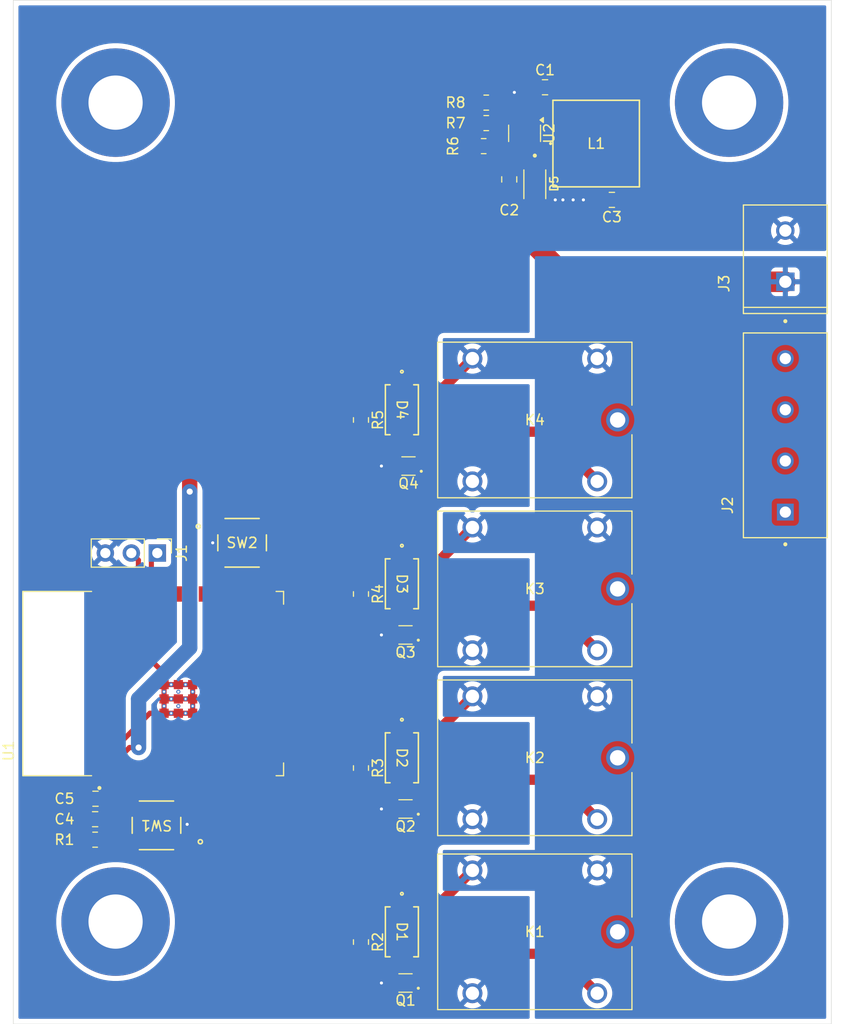
<source format=kicad_pcb>
(kicad_pcb (version 20241229) (generator "pcbnew") (generator_version "9.0")
  (layers (0 "F.Cu" signal) (2 "B.Cu" signal) (13 "F.Paste" user) (15 "B.Paste" user) (5 "F.SilkS" user "F.Silkscreen") (7 "B.SilkS" user "B.Silkscreen") (1 "F.Mask" user) (3 "B.Mask" user) (25 "Edge.Cuts" user))
  (net 0 "")
  (net 1 "Net-(U2-CB)")
  (net 2 "Net-(D5-K)")
  (net 3 "+48V")
  (net 4 "GND")
  (net 5 "+3V3")
  (net 6 "Net-(D1-A)")
  (net 7 "Net-(D2-A)")
  (net 8 "Net-(D3-A)")
  (net 9 "Net-(D4-A)")
  (net 10 "Net-(J1-Pin_1)")
  (net 11 "Net-(J1-Pin_2)")
  (net 12 "/Rail4")
  (net 13 "/Rail2")
  (net 14 "/Rail3")
  (net 15 "/Rail1")
  (net 16 "Net-(Q1-G)")
  (net 17 "Net-(Q2-G)")
  (net 18 "Net-(Q3-G)")
  (net 19 "Net-(Q4-G)")
  (net 20 "Net-(U1-EN)")
  (net 21 "/Rail1_Relay")
  (net 22 "/Rail2_Relay")
  (net 23 "/Rail3_Relay")
  (net 24 "/Rail4_Relay")
  (net 25 "Net-(U2-~{SHDN})")
  (net 26 "Net-(U2-FB)")
  (net 27 "Net-(U1-IO0)")
  (footprint "Capacitor_SMD:C_0805_2012Metric_Pad1.18x1.45mm_HandSolder" (layer "F.Cu") (at 128.5375 99.5 180)
    (property "Reference" "C3" (at 0 -1.68 0) (layer "F.SilkS"))
    (property "Value" "10uF")
    (pad "1" smd roundrect (at -1.0375 0 180) (size 1.175 1.45) (layers "F.Cu" "F.Mask" "F.Paste") (roundrect_rratio 0.212766) (net 5 "+3V3"))
    (pad "2" smd roundrect (at 1.0375 0 180) (size 1.175 1.45) (layers "F.Cu" "F.Mask" "F.Paste") (roundrect_rratio 0.212766) (net 4 "GND"))
  )
  (footprint "Package_TO_SOT_SMD:SOT-523" (layer "F.Cu") (at 108.355 142 180)
    (property "Reference" "Q3" (at 0 -1.7 0) (layer "F.SilkS"))
    (property "Value" "NMOS")
    (pad "1" smd roundrect (at -0.645 -0.5) (size 0.51 0.4) (layers "F.Cu" "F.Mask" "F.Paste") (net 8 "Net-(D3-A)"))
    (pad "2" smd roundrect (at -0.645 0.5) (size 0.51 0.4) (layers "F.Cu" "F.Mask" "F.Paste") (net 18 "Net-(Q3-G)"))
    (pad "3" smd roundrect (at 0.645 0) (size 0.51 0.4) (layers "F.Cu" "F.Mask" "F.Paste") (net 4 "GND"))
  )
  (footprint "MountingHole:MountingHole_5.3mm_M5_Pad" (layer "F.Cu") (at 140 90)
    (property "Reference" "REF**" (hide yes))
    (property "Value" "MountingHole_5.3mm_M5_Pad")
    (pad "1" thru_hole circle (at 0 0) (size 10.6 10.6) (drill 5.3) (layers "*.Cu" "*.Mask"))
  )
  (footprint "Resistor_SMD:R_0805_2012Metric_Pad1.20x1.40mm_HandSolder" (layer "F.Cu") (at 104 121 -90)
    (property "Reference" "R5" (at 0 -1.65 90) (layer "F.SilkS"))
    (property "Value" "330")
    (pad "1" smd roundrect (at -1 0 270) (size 1.2 1.4) (layers "F.Cu" "F.Mask" "F.Paste") (roundrect_rratio 0.208333) (net 24 "/Rail4_Relay"))
    (pad "2" smd roundrect (at 1 0 270) (size 1.2 1.4) (layers "F.Cu" "F.Mask" "F.Paste") (roundrect_rratio 0.208333) (net 19 "Net-(Q4-G)"))
  )
  (footprint "MountingHole:MountingHole_5.3mm_M5_Pad" (layer "F.Cu") (at 80 170)
    (property "Reference" "REF**" (hide yes))
    (property "Value" "MountingHole_5.3mm_M5_Pad")
    (pad "1" thru_hole circle (at 0 0) (size 10.6 10.6) (drill 5.3) (layers "*.Cu" "*.Mask"))
  )
  (footprint "Resistor_SMD:R_0805_2012Metric_Pad1.20x1.40mm_HandSolder" (layer "F.Cu") (at 116 94.25)
    (property "Reference" "R6" (at -3 0 90) (layer "F.SilkS"))
    (property "Value" "100k")
    (pad "1" smd roundrect (at -1 0) (size 1.2 1.4) (layers "F.Cu" "F.Mask" "F.Paste") (roundrect_rratio 0.208333) (net 3 "+48V"))
    (pad "2" smd roundrect (at 1 0) (size 1.2 1.4) (layers "F.Cu" "F.Mask" "F.Paste") (roundrect_rratio 0.208333) (net 25 "Net-(U2-~{SHDN})"))
  )
  (footprint "footprints:IND_TAIYO_NR8040_TAY" (layer "F.Cu") (at 127 94)
    (property "Reference" "L1" (at 0 0 0) (layer "F.SilkS"))
    (property "Value" "22uH")
    (pad "1" smd rect (at -2.80035 0) (size 1.7907 7.493) (layers "F.Cu" "F.Mask" "F.Paste") (net 2 "Net-(D5-K)"))
    (pad "2" smd rect (at 2.80035 0) (size 1.7907 7.493) (layers "F.Cu" "F.Mask" "F.Paste") (net 5 "+3V3"))
    (zone (net 0) (net_name "") (layer "F.Cu") (connect_pads (clearance 0)) (min_thickness 0.254)
      (keepout (tracks not_allowed) (vias not_allowed) (pads allowed) (copperpour not_allowed) (footprints allowed))
      (fill (thermal_gap 0.508) (thermal_bridge_width 0.508))
      (polygon (pts (xy 125.1458 89.9487) (xy 128.8542 89.9487) (xy 128.8542 98.0513) (xy 125.1458 98.0513)))
    )
  )
  (footprint "Package_TO_SOT_SMD:SOT-23-6" (layer "F.Cu") (at 120 93 -90)
    (property "Reference" "U2" (at 0 -2.4 90) (layer "F.SilkS"))
    (property "Value" "LV2862YDDC")
    (pad "1" smd roundrect (at -1.1375 -0.95 270) (size 1.325 0.6) (layers "F.Cu" "F.Mask" "F.Paste") (net 1 "Net-(U2-CB)"))
    (pad "2" smd roundrect (at -1.1375 0 270) (size 1.325 0.6) (layers "F.Cu" "F.Mask" "F.Paste") (net 4 "GND"))
    (pad "3" smd roundrect (at -1.1375 0.95 270) (size 1.325 0.6) (layers "F.Cu" "F.Mask" "F.Paste") (net 26 "Net-(U2-FB)"))
    (pad "4" smd roundrect (at 1.1375 0.95 270) (size 1.325 0.6) (layers "F.Cu" "F.Mask" "F.Paste") (net 25 "Net-(U2-~{SHDN})"))
    (pad "5" smd roundrect (at 1.1375 0 270) (size 1.325 0.6) (layers "F.Cu" "F.Mask" "F.Paste") (net 3 "+48V"))
    (pad "6" smd roundrect (at 1.1375 -0.95 270) (size 1.325 0.6) (layers "F.Cu" "F.Mask" "F.Paste") (net 2 "Net-(D5-K)"))
  )
  (footprint "footprints:TE_282836-2" (layer "F.Cu") (at 145.5 105 90)
    (property "Reference" "J3" (at -2.675 -5.985 90) (layer "F.SilkS"))
    (property "Value" "Screw_Terminal_01x02")
    (pad "1" thru_hole rect (at -2.5 0 90) (size 1.8 1.8) (drill 1.2) (layers "*.Cu" "*.Mask") (net 3 "+48V"))
    (pad "2" thru_hole circle (at 2.5 0 90) (size 1.8 1.8) (drill 1.2) (layers "*.Cu" "*.Mask") (net 4 "GND"))
  )
  (footprint "Package_TO_SOT_SMD:SOT-523" (layer "F.Cu") (at 108.645 125.5 180)
    (property "Reference" "Q4" (at 0 -1.7 0) (layer "F.SilkS"))
    (property "Value" "NMOS")
    (pad "1" smd roundrect (at -0.645 -0.5) (size 0.51 0.4) (layers "F.Cu" "F.Mask" "F.Paste") (net 9 "Net-(D4-A)"))
    (pad "2" smd roundrect (at -0.645 0.5) (size 0.51 0.4) (layers "F.Cu" "F.Mask" "F.Paste") (net 19 "Net-(Q4-G)"))
    (pad "3" smd roundrect (at 0.645 0) (size 0.51 0.4) (layers "F.Cu" "F.Mask" "F.Paste") (net 4 "GND"))
  )
  (footprint "Resistor_SMD:R_0805_2012Metric_Pad1.20x1.40mm_HandSolder" (layer "F.Cu") (at 104 155 -90)
    (property "Reference" "R3" (at 0 -1.65 90) (layer "F.SilkS"))
    (property "Value" "330")
    (pad "1" smd roundrect (at -1 0 270) (size 1.2 1.4) (layers "F.Cu" "F.Mask" "F.Paste") (roundrect_rratio 0.208333) (net 22 "/Rail2_Relay"))
    (pad "2" smd roundrect (at 1 0 270) (size 1.2 1.4) (layers "F.Cu" "F.Mask" "F.Paste") (roundrect_rratio 0.208333) (net 17 "Net-(Q2-G)"))
  )
  (footprint "footprints:TE_282836-4" (layer "F.Cu") (at 145.5 122.5 90)
    (property "Reference" "J2" (at -6.836925 -5.644875 90) (layer "F.SilkS") (effects (font (size 1.001756 1.001756))))
    (property "Value" "Screw_Terminal_01x04")
    (pad "1" thru_hole rect (at -7.5 0 90) (size 1.65 1.65) (drill 1.1) (layers "*.Cu" "*.Mask") (net 15 "/Rail1"))
    (pad "2" thru_hole circle (at -2.5 0 90) (size 1.65 1.65) (drill 1.1) (layers "*.Cu" "*.Mask") (net 13 "/Rail2"))
    (pad "3" thru_hole circle (at 2.5 0 90) (size 1.65 1.65) (drill 1.1) (layers "*.Cu" "*.Mask") (net 14 "/Rail3"))
    (pad "4" thru_hole circle (at 7.5 0 90) (size 1.65 1.65) (drill 1.1) (layers "*.Cu" "*.Mask") (net 12 "/Rail4"))
  )
  (footprint "Resistor_SMD:R_0805_2012Metric_Pad1.20x1.40mm_HandSolder" (layer "F.Cu") (at 78 162 180)
    (property "Reference" "R1" (at 3 0 0) (layer "F.SilkS"))
    (property "Value" "10k")
    (pad "1" smd roundrect (at -1 0 180) (size 1.2 1.4) (layers "F.Cu" "F.Mask" "F.Paste") (roundrect_rratio 0.208333) (net 5 "+3V3"))
    (pad "2" smd roundrect (at 1 0 180) (size 1.2 1.4) (layers "F.Cu" "F.Mask" "F.Paste") (roundrect_rratio 0.208333) (net 20 "Net-(U1-EN)"))
  )
  (footprint "Capacitor_SMD:C_0805_2012Metric_Pad1.18x1.45mm_HandSolder" (layer "F.Cu") (at 118.5 97.5 -90)
    (property "Reference" "C2" (at 3 0 180) (layer "F.SilkS"))
    (property "Value" "4.7uF")
    (pad "1" smd roundrect (at -1.0375 0 270) (size 1.175 1.45) (layers "F.Cu" "F.Mask" "F.Paste") (roundrect_rratio 0.212766) (net 3 "+48V"))
    (pad "2" smd roundrect (at 1.0375 0 270) (size 1.175 1.45) (layers "F.Cu" "F.Mask" "F.Paste") (roundrect_rratio 0.212766) (net 4 "GND"))
  )
  (footprint "footprints:PTS647SK38SMTR2LFS_CNK" (layer "F.Cu") (at 84 160.599999 180)
    (property "Reference" "SW1" (at 0 0 180) (layer "F.SilkS"))
    (property "Value" "SW_Push")
    (pad "1" smd rect (at -2.625001 -1.599999 180) (size 1.5494 0.9906) (layers "F.Cu" "F.Mask" "F.Paste") (net 4 "GND"))
    (pad "1" smd rect (at -2.625001 1.599999 180) (size 1.5494 0.9906) (layers "F.Cu" "F.Mask" "F.Paste") (net 4 "GND"))
    (pad "2" smd rect (at 2.625001 -1.599999 180) (size 1.5494 0.9906) (layers "F.Cu" "F.Mask" "F.Paste") (net 20 "Net-(U1-EN)"))
    (pad "2" smd rect (at 2.625001 1.599999 180) (size 1.5494 0.9906) (layers "F.Cu" "F.Mask" "F.Paste") (net 20 "Net-(U1-EN)"))
  )
  (footprint "Package_TO_SOT_SMD:SOT-523" (layer "F.Cu") (at 108.355 159 180)
    (property "Reference" "Q2" (at 0 -1.7 0) (layer "F.SilkS"))
    (property "Value" "NMOS")
    (pad "1" smd roundrect (at -0.645 -0.5) (size 0.51 0.4) (layers "F.Cu" "F.Mask" "F.Paste") (net 7 "Net-(D2-A)"))
    (pad "2" smd roundrect (at -0.645 0.5) (size 0.51 0.4) (layers "F.Cu" "F.Mask" "F.Paste") (net 17 "Net-(Q2-G)"))
    (pad "3" smd roundrect (at 0.645 0) (size 0.51 0.4) (layers "F.Cu" "F.Mask" "F.Paste") (net 4 "GND"))
  )
  (footprint "footprints:DIO_DFLS1100-7" (layer "F.Cu") (at 121 97.975 -90)
    (property "Reference" "D5" (at -0.05 -1.89 90) (layer "F.SilkS") (effects (font (size 0.787402 0.787402))))
    (property "Value" "D_Schottky")
    (pad "1" smd rect (at -0.85 0 270) (size 2.4 1.5) (layers "F.Cu" "F.Mask" "F.Paste") (net 2 "Net-(D5-K)"))
    (pad "2" smd rect (at 1.525 0 270) (size 1.05 1.5) (layers "F.Cu" "F.Mask" "F.Paste") (net 4 "GND"))
  )
  (footprint "MountingHole:MountingHole_5.3mm_M5_Pad" (layer "F.Cu") (at 140 170)
    (property "Reference" "REF**" (hide yes))
    (property "Value" "MountingHole_5.3mm_M5_Pad")
    (pad "1" thru_hole circle (at 0 0) (size 10.6 10.6) (drill 5.3) (layers "*.Cu" "*.Mask"))
  )
  (footprint "MountingHole:MountingHole_5.3mm_M5_Pad" (layer "F.Cu") (at 80 90)
    (property "Reference" "REF**" (hide yes))
    (property "Value" "MountingHole_5.3mm_M5_Pad")
    (pad "1" thru_hole circle (at 0 0) (size 10.6 10.6) (drill 5.3) (layers "*.Cu" "*.Mask"))
  )
  (footprint "footprints:RELAY_PR25-48V-S-360-1C-E" (layer "F.Cu") (at 121 171 180)
    (property "Reference" "K1" (at 0 0 0) (layer "F.SilkS"))
    (property "Value" "Relay_SPDT")
    (pad "11" thru_hole circle (at -8.1 0 180) (size 2.25 2.25) (drill 1.5) (layers "*.Cu" "*.Mask") (net 15 "/Rail1"))
    (pad "12" thru_hole circle (at 6.1 -6 180) (size 1.95 1.95) (drill 1.3) (layers "*.Cu" "*.Mask") (net 4 "GND"))
    (pad "14" thru_hole circle (at 6.1 6 180) (size 1.95 1.95) (drill 1.3) (layers "*.Cu" "*.Mask") (net 3 "+48V"))
    (pad "A1" thru_hole circle (at -6.1 6 180) (size 1.95 1.95) (drill 1.3) (layers "*.Cu" "*.Mask") (net 3 "+48V"))
    (pad "A2" thru_hole circle (at -6.1 -6 180) (size 1.95 1.95) (drill 1.3) (layers "*.Cu" "*.Mask") (net 6 "Net-(D1-A)"))
  )
  (footprint "Resistor_SMD:R_0805_2012Metric_Pad1.20x1.40mm_HandSolder" (layer "F.Cu") (at 116.25 90 180)
    (property "Reference" "R8" (at 3 0 0) (layer "F.SilkS"))
    (property "Value" "8.45k")
    (pad "1" smd roundrect (at -1 0 180) (size 1.2 1.4) (layers "F.Cu" "F.Mask" "F.Paste") (roundrect_rratio 0.208333) (net 26 "Net-(U2-FB)"))
    (pad "2" smd roundrect (at 1 0 180) (size 1.2 1.4) (layers "F.Cu" "F.Mask" "F.Paste") (roundrect_rratio 0.208333) (net 4 "GND"))
  )
  (footprint "footprints:SMAFLAT_STPS2170AF_STM" (layer "F.Cu") (at 108 137 -90)
    (property "Reference" "D3" (at 0 0 270) (layer "F.SilkS"))
    (property "Value" "D_Schottky")
    (pad "1" smd rect (at -2.1463 0 270) (size 1.7272 1.651) (layers "F.Cu" "F.Mask" "F.Paste") (net 3 "+48V"))
    (pad "2" smd rect (at 2.1463 0 270) (size 1.7272 1.651) (layers "F.Cu" "F.Mask" "F.Paste") (net 8 "Net-(D3-A)"))
  )
  (footprint "footprints:SMAFLAT_STPS2170AF_STM" (layer "F.Cu") (at 108 154 -90)
    (property "Reference" "D2" (at 0 0 270) (layer "F.SilkS"))
    (property "Value" "D_Schottky")
    (pad "1" smd rect (at -2.1463 0 270) (size 1.7272 1.651) (layers "F.Cu" "F.Mask" "F.Paste") (net 3 "+48V"))
    (pad "2" smd rect (at 2.1463 0 270) (size 1.7272 1.651) (layers "F.Cu" "F.Mask" "F.Paste") (net 7 "Net-(D2-A)"))
  )
  (footprint "Resistor_SMD:R_0805_2012Metric_Pad1.20x1.40mm_HandSolder" (layer "F.Cu") (at 104 172 -90)
    (property "Reference" "R2" (at 0 -1.65 90) (layer "F.SilkS"))
    (property "Value" "330")
    (pad "1" smd roundrect (at -1 0 270) (size 1.2 1.4) (layers "F.Cu" "F.Mask" "F.Paste") (roundrect_rratio 0.208333) (net 21 "/Rail1_Relay"))
    (pad "2" smd roundrect (at 1 0 270) (size 1.2 1.4) (layers "F.Cu" "F.Mask" "F.Paste") (roundrect_rratio 0.208333) (net 16 "Net-(Q1-G)"))
  )
  (footprint "Capacitor_SMD:C_0805_2012Metric_Pad1.18x1.45mm_HandSolder" (layer "F.Cu") (at 122 88.5)
    (property "Reference" "C1" (at 0 -1.68 0) (layer "F.SilkS"))
    (property "Value" "100nF")
    (pad "1" smd roundrect (at -1.0375 0) (size 1.175 1.45) (layers "F.Cu" "F.Mask" "F.Paste") (roundrect_rratio 0.212766) (net 1 "Net-(U2-CB)"))
    (pad "2" smd roundrect (at 1.0375 0) (size 1.175 1.45) (layers "F.Cu" "F.Mask" "F.Paste") (roundrect_rratio 0.212766) (net 2 "Net-(D5-K)"))
  )
  (footprint "footprints:PTS647SK38SMTR2LFS_CNK" (layer "F.Cu") (at 92.374999 133)
    (property "Reference" "SW2" (at 0 0 0) (layer "F.SilkS"))
    (property "Value" "SW_Push")
    (pad "1" smd rect (at -2.625001 -1.599999) (size 1.5494 0.9906) (layers "F.Cu" "F.Mask" "F.Paste") (net 4 "GND"))
    (pad "1" smd rect (at -2.625001 1.599999) (size 1.5494 0.9906) (layers "F.Cu" "F.Mask" "F.Paste") (net 4 "GND"))
    (pad "2" smd rect (at 2.625001 -1.599999) (size 1.5494 0.9906) (layers "F.Cu" "F.Mask" "F.Paste") (net 27 "Net-(U1-IO0)"))
    (pad "2" smd rect (at 2.625001 1.599999) (size 1.5494 0.9906) (layers "F.Cu" "F.Mask" "F.Paste") (net 27 "Net-(U1-IO0)"))
  )
  (footprint "footprints:RELAY_PR25-48V-S-360-1C-E" (layer "F.Cu") (at 121 154 180)
    (property "Reference" "K2" (at 0 0 0) (layer "F.SilkS"))
    (property "Value" "Relay_SPDT")
    (pad "11" thru_hole circle (at -8.1 0 180) (size 2.25 2.25) (drill 1.5) (layers "*.Cu" "*.Mask") (net 13 "/Rail2"))
    (pad "12" thru_hole circle (at 6.1 -6 180) (size 1.95 1.95) (drill 1.3) (layers "*.Cu" "*.Mask") (net 4 "GND"))
    (pad "14" thru_hole circle (at 6.1 6 180) (size 1.95 1.95) (drill 1.3) (layers "*.Cu" "*.Mask") (net 3 "+48V"))
    (pad "A1" thru_hole circle (at -6.1 6 180) (size 1.95 1.95) (drill 1.3) (layers "*.Cu" "*.Mask") (net 3 "+48V"))
    (pad "A2" thru_hole circle (at -6.1 -6 180) (size 1.95 1.95) (drill 1.3) (layers "*.Cu" "*.Mask") (net 7 "Net-(D2-A)"))
  )
  (footprint "footprints:XCVR_ESP32-S3-WROOM-1-N4R2" (layer "F.Cu") (at 83.68 146.75 90)
    (property "Reference" "U1" (at -6.575 -14.135 90) (layer "F.SilkS"))
    (property "Value" "ESP32-S3-WROOM-1-N4R2")
    (pad "1" smd rect (at -8.75 -5.26 90) (size 1.5 0.9) (layers "F.Cu" "F.Mask" "F.Paste") (net 4 "GND"))
    (pad "2" smd rect (at -8.75 -3.99 90) (size 1.5 0.9) (layers "F.Cu" "F.Mask" "F.Paste") (net 5 "+3V3"))
    (pad "3" smd rect (at -8.75 -2.72 90) (size 1.5 0.9) (layers "F.Cu" "F.Mask" "F.Paste") (net 20 "Net-(U1-EN)"))
    (pad "4" smd rect (at -8.75 -1.45 90) (size 1.5 0.9) (layers "F.Cu" "F.Mask" "F.Paste"))
    (pad "5" smd rect (at -8.75 -0.18 90) (size 1.5 0.9) (layers "F.Cu" "F.Mask" "F.Paste"))
    (pad "6" smd rect (at -8.75 1.09 90) (size 1.5 0.9) (layers "F.Cu" "F.Mask" "F.Paste"))
    (pad "7" smd rect (at -8.75 2.36 90) (size 1.5 0.9) (layers "F.Cu" "F.Mask" "F.Paste"))
    (pad "8" smd rect (at -8.75 3.63 90) (size 1.5 0.9) (layers "F.Cu" "F.Mask" "F.Paste"))
    (pad "9" smd rect (at -8.75 4.9 90) (size 1.5 0.9) (layers "F.Cu" "F.Mask" "F.Paste"))
    (pad "10" smd rect (at -8.75 6.17 90) (size 1.5 0.9) (layers "F.Cu" "F.Mask" "F.Paste") (net 21 "/Rail1_Relay"))
    (pad "11" smd rect (at -8.75 7.44 90) (size 1.5 0.9) (layers "F.Cu" "F.Mask" "F.Paste") (net 22 "/Rail2_Relay"))
    (pad "12" smd rect (at -8.75 8.71 90) (size 1.5 0.9) (layers "F.Cu" "F.Mask" "F.Paste"))
    (pad "13" smd rect (at -8.75 9.98 90) (size 1.5 0.9) (layers "F.Cu" "F.Mask" "F.Paste") (net 23 "/Rail3_Relay"))
    (pad "14" smd rect (at -8.75 11.25 90) (size 1.5 0.9) (layers "F.Cu" "F.Mask" "F.Paste") (net 24 "/Rail4_Relay"))
    (pad "15" smd rect (at -6.985 12.5 90) (size 0.9 1.5) (layers "F.Cu" "F.Mask" "F.Paste"))
    (pad "16" smd rect (at -5.715 12.5 90) (size 0.9 1.5) (layers "F.Cu" "F.Mask" "F.Paste"))
    (pad "17" smd rect (at -4.445 12.5 90) (size 0.9 1.5) (layers "F.Cu" "F.Mask" "F.Paste"))
    (pad "18" smd rect (at -3.175 12.5 90) (size 0.9 1.5) (layers "F.Cu" "F.Mask" "F.Paste"))
    (pad "19" smd rect (at -1.905 12.5 90) (size 0.9 1.5) (layers "F.Cu" "F.Mask" "F.Paste"))
    (pad "20" smd rect (at -0.635 12.5 90) (size 0.9 1.5) (layers "F.Cu" "F.Mask" "F.Paste"))
    (pad "21" smd rect (at 0.635 12.5 90) (size 0.9 1.5) (layers "F.Cu" "F.Mask" "F.Paste"))
    (pad "22" smd rect (at 1.905 12.5 90) (size 0.9 1.5) (layers "F.Cu" "F.Mask" "F.Paste"))
    (pad "23" smd rect (at 3.175 12.5 90) (size 0.9 1.5) (layers "F.Cu" "F.Mask" "F.Paste"))
    (pad "24" smd rect (at 4.445 12.5 90) (size 0.9 1.5) (layers "F.Cu" "F.Mask" "F.Paste"))
    (pad "25" smd rect (at 5.715 12.5 90) (size 0.9 1.5) (layers "F.Cu" "F.Mask" "F.Paste"))
    (pad "26" smd rect (at 6.985 12.5 90) (size 0.9 1.5) (layers "F.Cu" "F.Mask" "F.Paste"))
    (pad "27" smd rect (at 8.75 11.25 90) (size 1.5 0.9) (layers "F.Cu" "F.Mask" "F.Paste") (net 27 "Net-(U1-IO0)"))
    (pad "28" smd rect (at 8.75 9.98 90) (size 1.5 0.9) (layers "F.Cu" "F.Mask" "F.Paste"))
    (pad "29" smd rect (at 8.75 8.71 90) (size 1.5 0.9) (layers "F.Cu" "F.Mask" "F.Paste"))
    (pad "30" smd rect (at 8.75 7.44 90) (size 1.5 0.9) (layers "F.Cu" "F.Mask" "F.Paste"))
    (pad "31" smd rect (at 8.75 6.17 90) (size 1.5 0.9) (layers "F.Cu" "F.Mask" "F.Paste"))
    (pad "32" smd rect (at 8.75 4.9 90) (size 1.5 0.9) (layers "F.Cu" "F.Mask" "F.Paste"))
    (pad "33" smd rect (at 8.75 3.63 90) (size 1.5 0.9) (layers "F.Cu" "F.Mask" "F.Paste"))
    (pad "34" smd rect (at 8.75 2.36 90) (size 1.5 0.9) (layers "F.Cu" "F.Mask" "F.Paste"))
    (pad "35" smd rect (at 8.75 1.09 90) (size 1.5 0.9) (layers "F.Cu" "F.Mask" "F.Paste"))
    (pad "36" smd rect (at 8.75 -0.18 90) (size 1.5 0.9) (layers "F.Cu" "F.Mask" "F.Paste") (net 10 "Net-(J1-Pin_1)"))
    (pad "37" smd rect (at 8.75 -1.45 90) (size 1.5 0.9) (layers "F.Cu" "F.Mask" "F.Paste") (net 11 "Net-(J1-Pin_2)"))
    (pad "38" smd rect (at 8.75 -2.72 90) (size 1.5 0.9) (layers "F.Cu" "F.Mask" "F.Paste"))
    (pad "39" smd rect (at 8.75 -3.99 90) (size 1.5 0.9) (layers "F.Cu" "F.Mask" "F.Paste"))
    (pad "40" smd rect (at 8.75 -5.26 90) (size 1.5 0.9) (layers "F.Cu" "F.Mask" "F.Paste") (net 4 "GND"))
    (pad "41_1" smd rect (at -1.5 2.46 90) (size 0.9 0.9) (layers "F.Cu" "F.Mask" "F.Paste") (net 4 "GND"))
    (pad "41_2" smd rect (at -2.9 2.46 90) (size 0.9 0.9) (layers "F.Cu" "F.Mask" "F.Paste") (net 4 "GND"))
    (pad "41_3" smd rect (at -0.1 2.46 90) (size 0.9 0.9) (layers "F.Cu" "F.Mask" "F.Paste") (net 4 "GND"))
    (pad "41_4" smd rect (at -2.9 3.86 90) (size 0.9 0.9) (layers "F.Cu" "F.Mask" "F.Paste") (net 4 "GND"))
    (pad "41_5" smd rect (at -1.5 3.86 90) (size 0.9 0.9) (layers "F.Cu" "F.Mask" "F.Paste") (net 4 "GND"))
    (pad "41_6" smd rect (at -0.1 3.86 90) (size 0.9 0.9) (layers "F.Cu" "F.Mask" "F.Paste") (net 4 "GND"))
    (pad "41_7" smd rect (at -2.9 1.06 90) (size 0.9 0.9) (layers "F.Cu" "F.Mask" "F.Paste") (net 4 "GND"))
    (pad "41_8" smd rect (at -1.5 1.06 90) (size 0.9 0.9) (layers "F.Cu" "F.Mask" "F.Paste") (net 4 "GND"))
    (pad "41_9" smd rect (at -0.1 1.06 90) (size 0.9 0.9) (layers "F.Cu" "F.Mask" "F.Paste") (net 4 "GND"))
    (pad "41_10" thru_hole circle (at -1.5 1.76 90) (size 0.4 0.4) (drill 0.2) (layers "*.Cu"))
    (pad "41_11" thru_hole circle (at -2.9 1.76 90) (size 0.4 0.4) (drill 0.2) (layers "*.Cu"))
    (pad "41_12" thru_hole circle (at -0.1 1.76 90) (size 0.4 0.4) (drill 0.2) (layers "*.Cu"))
    (pad "41_13" thru_hole circle (at -2.9 3.16 90) (size 0.4 0.4) (drill 0.2) (layers "*.Cu"))
    (pad "41_14" thru_hole circle (at -1.5 3.16 90) (size 0.4 0.4) (drill 0.2) (layers "*.Cu"))
    (pad "41_15" thru_hole circle (at -0.1 3.16 90) (size 0.4 0.4) (drill 0.2) (layers "*.Cu"))
    (pad "41_16" thru_hole circle (at -2.2 1.06 90) (size 0.4 0.4) (drill 0.2) (layers "*.Cu"))
    (pad "41_17" thru_hole circle (at -0.8 1.06 90) (size 0.4 0.4) (drill 0.2) (layers "*.Cu"))
    (pad "41_18" thru_hole circle (at -2.2 2.46 90) (size 0.4 0.4) (drill 0.2) (layers "*.Cu"))
    (pad "41_19" thru_hole circle (at -0.8 2.46 90) (size 0.4 0.4) (drill 0.2) (layers "*.Cu"))
    (pad "41_20" thru_hole circle (at -2.2 3.86 90) (size 0.4 0.4) (drill 0.2) (layers "*.Cu"))
    (pad "41_21" thru_hole circle (at -0.8 3.86 90) (size 0.4 0.4) (drill 0.2) (layers "*.Cu"))
    (zone (net 0) (net_name "") (layer "F.Cu") (connect_pads (clearance 0)) (min_thickness 0.01)
      (keepout (tracks not_allowed) (vias not_allowed) (pads not_allowed) (copperpour not_allowed) (footprints allowed))
      (fill (thermal_gap 0.508) (thermal_bridge_width 0.508))
      (polygon (pts (xy 70.93 155.75) (xy 70.93 137.75) (xy 76.93 137.75) (xy 76.93 155.75)))
    )
    (zone (net 0) (net_name "") (layer "B.Cu") (connect_pads (clearance 0)) (min_thickness 0.01)
      (keepout (tracks not_allowed) (vias not_allowed) (pads not_allowed) (copperpour not_allowed) (footprints allowed))
      (fill (thermal_gap 0.508) (thermal_bridge_width 0.508))
      (polygon (pts (xy 70.93 155.75) (xy 70.93 137.75) (xy 76.93 137.75) (xy 76.93 155.75)))
    )
  )
  (footprint "footprints:SMAFLAT_STPS2170AF_STM" (layer "F.Cu") (at 108 171 -90)
    (property "Reference" "D1" (at 0 0 270) (layer "F.SilkS"))
    (property "Value" "D_Schottky")
    (pad "1" smd rect (at -2.1463 0 270) (size 1.7272 1.651) (layers "F.Cu" "F.Mask" "F.Paste") (net 3 "+48V"))
    (pad "2" smd rect (at 2.1463 0 270) (size 1.7272 1.651) (layers "F.Cu" "F.Mask" "F.Paste") (net 6 "Net-(D1-A)"))
  )
  (footprint "Resistor_SMD:R_0805_2012Metric_Pad1.20x1.40mm_HandSolder" (layer "F.Cu") (at 116.25 92)
    (property "Reference" "R7" (at -3 0 0) (layer "F.SilkS"))
    (property "Value" "28k")
    (pad "1" smd roundrect (at -1 0) (size 1.2 1.4) (layers "F.Cu" "F.Mask" "F.Paste") (roundrect_rratio 0.208333) (net 5 "+3V3"))
    (pad "2" smd roundrect (at 1 0) (size 1.2 1.4) (layers "F.Cu" "F.Mask" "F.Paste") (roundrect_rratio 0.208333) (net 26 "Net-(U2-FB)"))
  )
  (footprint "footprints:RELAY_PR25-48V-S-360-1C-E" (layer "F.Cu") (at 121 137.5 180)
    (property "Reference" "K3" (at 0 0 0) (layer "F.SilkS"))
    (property "Value" "Relay_SPDT")
    (pad "11" thru_hole circle (at -8.1 0 180) (size 2.25 2.25) (drill 1.5) (layers "*.Cu" "*.Mask") (net 14 "/Rail3"))
    (pad "12" thru_hole circle (at 6.1 -6 180) (size 1.95 1.95) (drill 1.3) (layers "*.Cu" "*.Mask") (net 4 "GND"))
    (pad "14" thru_hole circle (at 6.1 6 180) (size 1.95 1.95) (drill 1.3) (layers "*.Cu" "*.Mask") (net 3 "+48V"))
    (pad "A1" thru_hole circle (at -6.1 6 180) (size 1.95 1.95) (drill 1.3) (layers "*.Cu" "*.Mask") (net 3 "+48V"))
    (pad "A2" thru_hole circle (at -6.1 -6 180) (size 1.95 1.95) (drill 1.3) (layers "*.Cu" "*.Mask") (net 8 "Net-(D3-A)"))
  )
  (footprint "footprints:SMAFLAT_STPS2170AF_STM" (layer "F.Cu") (at 108 120 -90)
    (property "Reference" "D4" (at 0 0 270) (layer "F.SilkS"))
    (property "Value" "D_Schottky")
    (pad "1" smd rect (at -2.1463 0 270) (size 1.7272 1.651) (layers "F.Cu" "F.Mask" "F.Paste") (net 3 "+48V"))
    (pad "2" smd rect (at 2.1463 0 270) (size 1.7272 1.651) (layers "F.Cu" "F.Mask" "F.Paste") (net 9 "Net-(D4-A)"))
  )
  (footprint "Package_TO_SOT_SMD:SOT-523" (layer "F.Cu") (at 108.355 176 180)
    (property "Reference" "Q1" (at 0 -1.7 0) (layer "F.SilkS"))
    (property "Value" "NMOS")
    (pad "1" smd roundrect (at -0.645 -0.5) (size 0.51 0.4) (layers "F.Cu" "F.Mask" "F.Paste") (net 6 "Net-(D1-A)"))
    (pad "2" smd roundrect (at -0.645 0.5) (size 0.51 0.4) (layers "F.Cu" "F.Mask" "F.Paste") (net 16 "Net-(Q1-G)"))
    (pad "3" smd roundrect (at 0.645 0) (size 0.51 0.4) (layers "F.Cu" "F.Mask" "F.Paste") (net 4 "GND"))
  )
  (footprint "Capacitor_SMD:C_0805_2012Metric_Pad1.18x1.45mm_HandSolder" (layer "F.Cu") (at 78.0375 158 180)
    (property "Reference" "C5" (at 3.0375 0 0) (layer "F.SilkS"))
    (property "Value" "0.1uF")
    (pad "1" smd roundrect (at -1.0375 0 180) (size 1.175 1.45) (layers "F.Cu" "F.Mask" "F.Paste") (roundrect_rratio 0.212766) (net 5 "+3V3"))
    (pad "2" smd roundrect (at 1.0375 0 180) (size 1.175 1.45) (layers "F.Cu" "F.Mask" "F.Paste") (roundrect_rratio 0.212766) (net 4 "GND"))
  )
  (footprint "Resistor_SMD:R_0805_2012Metric_Pad1.20x1.40mm_HandSolder" (layer "F.Cu") (at 104 138 -90)
    (property "Reference" "R4" (at 0 -1.65 90) (layer "F.SilkS"))
    (property "Value" "330")
    (pad "1" smd roundrect (at -1 0 270) (size 1.2 1.4) (layers "F.Cu" "F.Mask" "F.Paste") (roundrect_rratio 0.208333) (net 23 "/Rail3_Relay"))
    (pad "2" smd roundrect (at 1 0 270) (size 1.2 1.4) (layers "F.Cu" "F.Mask" "F.Paste") (roundrect_rratio 0.208333) (net 18 "Net-(Q3-G)"))
  )
  (footprint "footprints:RELAY_PR25-48V-S-360-1C-E" (layer "F.Cu") (at 121 121 180)
    (property "Reference" "K4" (at 0 0 0) (layer "F.SilkS"))
    (property "Value" "Relay_SPDT")
    (pad "11" thru_hole circle (at -8.1 0 180) (size 2.25 2.25) (drill 1.5) (layers "*.Cu" "*.Mask") (net 12 "/Rail4"))
    (pad "12" thru_hole circle (at 6.1 -6 180) (size 1.95 1.95) (drill 1.3) (layers "*.Cu" "*.Mask") (net 4 "GND"))
    (pad "14" thru_hole circle (at 6.1 6 180) (size 1.95 1.95) (drill 1.3) (layers "*.Cu" "*.Mask") (net 3 "+48V"))
    (pad "A1" thru_hole circle (at -6.1 6 180) (size 1.95 1.95) (drill 1.3) (layers "*.Cu" "*.Mask") (net 3 "+48V"))
    (pad "A2" thru_hole circle (at -6.1 -6 180) (size 1.95 1.95) (drill 1.3) (layers "*.Cu" "*.Mask") (net 9 "Net-(D4-A)"))
  )
  (footprint "Capacitor_SMD:C_0805_2012Metric_Pad1.18x1.45mm_HandSolder" (layer "F.Cu") (at 78 160 180)
    (property "Reference" "C4" (at 3 0 0) (layer "F.SilkS"))
    (property "Value" "22uF")
    (pad "1" smd roundrect (at -1.0375 0 180) (size 1.175 1.45) (layers "F.Cu" "F.Mask" "F.Paste") (roundrect_rratio 0.212766) (net 5 "+3V3"))
    (pad "2" smd roundrect (at 1.0375 0 180) (size 1.175 1.45) (layers "F.Cu" "F.Mask" "F.Paste") (roundrect_rratio 0.212766) (net 4 "GND"))
  )
  (footprint "Connector_PinHeader_2.54mm:PinHeader_1x03_P2.54mm_Vertical" (layer "F.Cu") (at 84.08 134 -90)
    (property "Reference" "J1" (at 0 -2.38 90) (layer "F.SilkS"))
    (property "Value" "Conn_01x03_Pin")
    (pad "1" thru_hole rect (at 0 0 270) (size 1.7 1.7) (drill 1) (layers "*.Cu" "*.Mask") (net 10 "Net-(J1-Pin_1)"))
    (pad "2" thru_hole circle (at 0 2.54 270) (size 1.7 1.7) (drill 1) (layers "*.Cu" "*.Mask") (net 11 "Net-(J1-Pin_2)"))
    (pad "3" thru_hole circle (at 0 5.08 270) (size 1.7 1.7) (drill 1) (layers "*.Cu" "*.Mask") (net 4 "GND"))
  )
  (gr_rect (start 70 80) (end 150 180) (stroke (width 0.05)) (fill no) (layer "Edge.Cuts"))
  (segment (start 120.95 88.5125) (end 120.9625 88.5) (width 0.75) (layer "F.Cu") (net 1))
  (segment (start 120.95 91.8625) (end 120.95 88.5125) (width 0.75) (layer "F.Cu") (net 1))
  (segment (start 115 94.25) (end 115 94.95) (width 1) (layer "F.Cu") (net 3))
  (segment (start 108 134.8537) (end 111.5463 134.8537) (width 1) (layer "F.Cu") (net 3))
  (segment (start 116.5125 96.4625) (end 118.5 96.4625) (width 1) (layer "F.Cu") (net 3))
  (segment (start 120 94.1375) (end 120 94.9625) (width 0.75) (layer "F.Cu") (net 3))
  (segment (start 124.59105 107.5) (end 116.574 99.48295) (width 2) (layer "F.Cu") (net 3))
  (segment (start 108 168.8537) (end 111.0463 168.8537) (width 1) (layer "F.Cu") (net 3))
  (segment (start 120 94.9625) (end 118.5 96.4625) (width 0.75) (layer "F.Cu") (net 3))
  (segment (start 116.574 99.48295) (end 116.574 97.59205) (width 2) (layer "F.Cu") (net 3))
  (segment (start 115 94.95) (end 116.5125 96.4625) (width 1) (layer "F.Cu") (net 3))
  (segment (start 118.5 96.4625) (end 118.0375 96.4625) (width 0.5) (layer "F.Cu") (net 3))
  (segment (start 116.574 97.59205) (end 117.70355 96.4625) (width 2) (layer "F.Cu") (net 3))
  (segment (start 111.0463 168.8537) (end 114.9 165) (width 1) (layer "F.Cu") (net 3))
  (segment (start 112.0463 117.8537) (end 114.9 115) (width 1) (layer "F.Cu") (net 3))
  (segment (start 117.70355 96.4625) (end 118.5 96.4625) (width 2) (layer "F.Cu") (net 3))
  (segment (start 111.5463 134.8537) (end 114.9 131.5) (width 1) (layer "F.Cu") (net 3))
  (segment (start 111.0463 151.8537) (end 114.9 148) (width 1) (layer "F.Cu") (net 3))
  (segment (start 108 117.8537) (end 112.0463 117.8537) (width 1) (layer "F.Cu") (net 3))
  (segment (start 108 151.8537) (end 111.0463 151.8537) (width 1) (layer "F.Cu") (net 3))
  (segment (start 145.5 107.5) (end 124.59105 107.5) (width 2) (layer "F.Cu") (net 3))
  (segment (start 84.74 146.85) (end 87.54 146.85) (width 0.5) (layer "F.Cu") (net 4))
  (segment (start 87.54 146.85) (end 87.54 149.65) (width 0.5) (layer "F.Cu") (net 4))
  (segment (start 89.749998 133.249998) (end 89.5 133) (width 0.5) (layer "F.Cu") (net 4))
  (segment (start 125.75 99.5) (end 127.5 99.5) (width 1) (layer "F.Cu") (net 4))
  (segment (start 89.749998 134.599999) (end 89.749998 133.249998) (width 0.5) (layer "F.Cu") (net 4))
  (segment (start 83.35 149.65) (end 84.74 149.65) (width 0.5) (layer "F.Cu") (net 4))
  (segment (start 78.42 154.58) (end 83.35 149.65) (width 0.5) (layer "F.Cu") (net 4))
  (segment (start 86.625001 160.125001) (end 87 160.5) (width 0.5) (layer "F.Cu") (net 4))
  (segment (start 86.625001 160.874999) (end 87 160.5) (width 0.5) (layer "F.Cu") (net 4))
  (segment (start 118.5 98.5375) (end 119.4625 99.5) (width 1) (layer "F.Cu") (net 4))
  (segment (start 107.71 142) (end 106 142) (width 0.5) (layer "F.Cu") (net 4))
  (segment (start 116.526 88.724) (end 115.25 90) (width 0.75) (layer "F.Cu") (net 4))
  (segment (start 108 125.5) (end 106 125.5) (width 0.5) (layer "F.Cu") (net 4))
  (segment (start 78.42 138) (end 78.42 139.42) (width 0.5) (layer "F.Cu") (net 4))
  (segment (start 120 90) (end 119 89) (width 0.75) (layer "F.Cu") (net 4))
  (segment (start 78.42 139.42) (end 84.74 145.74) (width 0.5) (layer "F.Cu") (net 4))
  (segment (start 86.625001 162.199998) (end 86.625001 160.874999) (width 0.5) (layer "F.Cu") (net 4))
  (segment (start 121 99.5) (end 123 99.5) (width 1) (layer "F.Cu") (net 4))
  (segment (start 87.54 149.65) (end 84.74 149.65) (width 0.5) (layer "F.Cu") (net 4))
  (segment (start 86.625001 159) (end 86.625001 160.125001) (width 0.5) (layer "F.Cu") (net 4))
  (segment (start 120 91.8625) (end 120 90) (width 0.75) (layer "F.Cu") (net 4))
  (segment (start 107.71 176) (end 106 176) (width 0.5) (layer "F.Cu") (net 4))
  (segment (start 78.42 155.5) (end 78.42 154.58) (width 0.5) (layer "F.Cu") (net 4))
  (segment (start 84.74 145.74) (end 84.74 146.85) (width 0.5) (layer "F.Cu") (net 4))
  (segment (start 89.749998 132.750002) (end 89.5 133) (width 0.5) (layer "F.Cu") (net 4))
  (segment (start 107.71 159) (end 106 159) (width 0.5) (layer "F.Cu") (net 4))
  (segment (start 89.749998 131.400001) (end 89.749998 132.750002) (width 0.5) (layer "F.Cu") (net 4))
  (segment (start 123 99.5) (end 123.75 99.5) (width 1) (layer "F.Cu") (net 4))
  (segment (start 119 89) (end 118.724 88.724) (width 0.75) (layer "F.Cu") (net 4))
  (segment (start 118.724 88.724) (end 116.526 88.724) (width 0.75) (layer "F.Cu") (net 4))
  (segment (start 84.74 146.85) (end 84.74 149.65) (width 0.5) (layer "F.Cu") (net 4))
  (segment (start 84.74 148.25) (end 87.54 148.25) (width 0.5) (layer "F.Cu") (net 4))
  (segment (start 123.75 99.5) (end 124.75 99.5) (width 1) (layer "F.Cu") (net 4))
  (segment (start 119.4625 99.5) (end 121 99.5) (width 1) (layer "F.Cu") (net 4))
  (segment (start 124.75 99.5) (end 125.75 99.5) (width 1) (layer "F.Cu") (net 4))
  (via (at 123.75 99.5) (size 0.6) (drill 0.3) (layers "F.Cu" "B.Cu") (net 4))
  (via (at 123 99.5) (size 0.6) (drill 0.3) (layers "F.Cu" "B.Cu") (net 4))
  (via (at 106 159) (size 0.6) (drill 0.3) (layers "F.Cu" "B.Cu") (net 4))
  (via (at 87 160.5) (size 0.6) (drill 0.3) (layers "F.Cu" "B.Cu") (net 4))
  (via (at 124.75 99.5) (size 0.6) (drill 0.3) (layers "F.Cu" "B.Cu") (net 4))
  (via (at 89.5 133) (size 0.6) (drill 0.3) (layers "F.Cu" "B.Cu") (net 4))
  (via (at 106 142) (size 0.6) (drill 0.3) (layers "F.Cu" "B.Cu") (net 4))
  (via (at 119 89) (size 0.6) (drill 0.3) (layers "F.Cu" "B.Cu") (net 4))
  (via (at 106 125.5) (size 0.6) (drill 0.3) (layers "F.Cu" "B.Cu") (net 4))
  (via (at 106 176) (size 0.6) (drill 0.3) (layers "F.Cu" "B.Cu") (net 4))
  (via (at 125.75 99.5) (size 0.6) (drill 0.3) (layers "F.Cu" "B.Cu") (net 4))
  (segment (start 79.69 157.385) (end 79.075 158) (width 0.5) (layer "F.Cu") (net 5))
  (segment (start 79.075 158) (end 79.075 159.9625) (width 0.5) (layer "F.Cu") (net 5))
  (segment (start 87.25 107) (end 87.25 128) (width 1.5) (layer "F.Cu") (net 5))
  (segment (start 79 160.0375) (end 79.0375 160) (width 0.5) (layer "F.Cu") (net 5))
  (segment (start 104.75 89.5) (end 102.25 92) (width 1.5) (layer "F.Cu") (net 5))
  (segment (start 129.80035 94) (end 129.80035 88.7535) (width 1.5) (layer "F.Cu") (net 5))
  (segment (start 127.87085 86.824) (end 107.426 86.824) (width 1.5) (layer "F.Cu") (net 5))
  (segment (start 79 162) (end 79 160.0375) (width 0.5) (layer "F.Cu") (net 5))
  (segment (start 115.25 92) (end 102.25 92) (width 0.5) (layer "F.Cu") (net 5))
  (segment (start 101.5 92.75) (end 87.25 107) (width 1.5) (layer "F.Cu") (net 5))
  (segment (start 129.8552 99.2198) (end 129.8552 94) (width 2) (layer "F.Cu") (net 5))
  (segment (start 107.426 86.824) (end 104.75 89.5) (width 1.5) (layer "F.Cu") (net 5))
  (segment (start 79.075 159.9625) (end 79.0375 160) (width 0.5) (layer "F.Cu") (net 5))
  (segment (start 102.25 92) (end 101.5 92.75) (width 1.5) (layer "F.Cu") (net 5))
  (segment (start 129.575 99.5) (end 129.8552 99.2198) (width 2) (layer "F.Cu") (net 5))
  (segment (start 79.69 155.5) (end 79.69 157.385) (width 0.5) (layer "F.Cu") (net 5))
  (segment (start 79.69 154.668) (end 81.358 153) (width 0.5) (layer "F.Cu") (net 5))
  (segment (start 79.199998 162.199998) (end 79 162) (width 0.5) (layer "F.Cu") (net 5))
  (segment (start 79.69 155.5) (end 79.69 154.668) (width 0.5) (layer "F.Cu") (net 5))
  (segment (start 129.80035 88.7535) (end 127.87085 86.824) (width 1.5) (layer "F.Cu") (net 5))
  (segment (start 81.358 153) (end 82.25 153) (width 0.5) (layer "F.Cu") (net 5))
  (via (at 87.25 128) (size 1.2) (drill 0.6) (layers "F.Cu" "B.Cu") (net 5))
  (via (at 82.25 153) (size 1.2) (drill 0.6) (layers "F.Cu" "B.Cu") (net 5))
  (segment (start 82.25 148.25) (end 82.25 153) (width 1.5) (layer "B.Cu") (net 5))
  (segment (start 87.25 128) (end 87.25 143.25) (width 1.5) (layer "B.Cu") (net 5))
  (segment (start 87.25 143.25) (end 82.25 148.25) (width 1.5) (layer "B.Cu") (net 5))
  (segment (start 109.706 174.8523) (end 108 173.1463) (width 0.5) (layer "F.Cu") (net 6))
  (segment (start 109.706 175.831004) (end 109.706 174.8523) (width 0.5) (layer "F.Cu") (net 6))
  (segment (start 123.2463 173.1463) (end 127.1 177) (width 1) (layer "F.Cu") (net 6))
  (segment (start 108 173.1463) (end 123.2463 173.1463) (width 1) (layer "F.Cu") (net 6))
  (segment (start 109.037004 176.5) (end 109.706 175.831004) (width 0.5) (layer "F.Cu") (net 6))
  (segment (start 109 176.5) (end 109.037004 176.5) (width 0.5) (layer "F.Cu") (net 6))
  (segment (start 109.706 157.8523) (end 108 156.1463) (width 0.5) (layer "F.Cu") (net 7))
  (segment (start 109 159.5) (end 109.037004 159.5) (width 0.5) (layer "F.Cu") (net 7))
  (segment (start 123.2463 156.1463) (end 127.1 160) (width 1) (layer "F.Cu") (net 7))
  (segment (start 109.037004 159.5) (end 109.706 158.831004) (width 0.5) (layer "F.Cu") (net 7))
  (segment (start 109.706 158.831004) (end 109.706 157.8523) (width 0.5) (layer "F.Cu") (net 7))
  (segment (start 108 156.1463) (end 123.2463 156.1463) (width 1) (layer "F.Cu") (net 7))
  (segment (start 108 139.1463) (end 122.7463 139.1463) (width 1) (layer "F.Cu") (net 8))
  (segment (start 109.706 142.048999) (end 109.706 140.8523) (width 0.5) (layer "F.Cu") (net 8))
  (segment (start 109.254999 142.5) (end 109.706 142.048999) (width 0.5) (layer "F.Cu") (net 8))
  (segment (start 109 142.5) (end 109.254999 142.5) (width 0.5) (layer "F.Cu") (net 8))
  (segment (start 109.706 140.8523) (end 108 139.1463) (width 0.5) (layer "F.Cu") (net 8))
  (segment (start 122.7463 139.1463) (end 127.1 143.5) (width 1) (layer "F.Cu") (net 8))
  (segment (start 109.544999 126) (end 110 125.544999) (width 0.5) (layer "F.Cu") (net 9))
  (segment (start 109.29 126) (end 109.544999 126) (width 0.5) (layer "F.Cu") (net 9))
  (segment (start 122.2463 122.1463) (end 127.1 127) (width 1) (layer "F.Cu") (net 9))
  (segment (start 110 125.544999) (end 110 124.1463) (width 0.5) (layer "F.Cu") (net 9))
  (segment (start 108 122.1463) (end 122.2463 122.1463) (width 1) (layer "F.Cu") (net 9))
  (segment (start 110 124.1463) (end 108 122.1463) (width 0.5) (layer "F.Cu") (net 9))
  (segment (start 83.5 138) (end 83.5 134.58) (width 0.5) (layer "F.Cu") (net 10))
  (segment (start 83.5 134.58) (end 84.08 134) (width 0.5) (layer "F.Cu") (net 10))
  (segment (start 82.23 138) (end 82.23 134.69) (width 0.5) (layer "F.Cu") (net 11))
  (segment (start 82.23 134.69) (end 81.54 134) (width 0.5) (layer "F.Cu") (net 11))
  (segment (start 129.1 121) (end 131 121) (width 5) (layer "F.Cu") (net 12))
  (segment (start 137 115) (end 145.5 115) (width 5) (layer "F.Cu") (net 12))
  (segment (start 131 121) (end 137 115) (width 5) (layer "F.Cu") (net 12))
  (segment (start 138.878663 144.221337) (end 138.878663 127.831986) (width 5) (layer "F.Cu") (net 13))
  (segment (start 138.878663 127.831986) (end 141.308649 125.402) (width 5) (layer "F.Cu") (net 13))
  (segment (start 129.1 154) (end 138.878663 144.221337) (width 5) (layer "F.Cu") (net 13))
  (segment (start 141.308649 125.402) (end 145.5 125.402) (width 5) (layer "F.Cu") (net 13))
  (segment (start 133.677663 125.677662) (end 139.154325 120.201) (width 5) (layer "F.Cu") (net 14))
  (segment (start 129.1 137.5) (end 133.677663 132.922337) (width 5) (layer "F.Cu") (net 14))
  (segment (start 139.154325 120.201) (end 145.5 120.201) (width 5) (layer "F.Cu") (net 14))
  (segment (start 133.677663 132.922337) (end 133.677663 125.677662) (width 5) (layer "F.Cu") (net 14))
  (segment (start 129.1 171) (end 131.254324 168.845676) (width 5) (layer "F.Cu") (net 15))
  (segment (start 131.254324 168.845676) (end 131.254324 159.201) (width 5) (layer "F.Cu") (net 15))
  (segment (start 145.5 144.955324) (end 145.5 130.603) (width 5) (layer "F.Cu") (net 15))
  (segment (start 131.254324 159.201) (end 145.5 144.955324) (width 5) (layer "F.Cu") (net 15))
  (segment (start 106.568832 174.568832) (end 105 173) (width 0.5) (layer "F.Cu") (net 16))
  (segment (start 109 175.5) (end 109 175.137664) (width 0.5) (layer "F.Cu") (net 16))
  (segment (start 108.431168 174.568832) (end 106.568832 174.568832) (width 0.5) (layer "F.Cu") (net 16))
  (segment (start 105 173) (end 104 173) (width 0.5) (layer "F.Cu") (net 16))
  (segment (start 109 175.137664) (end 108.431168 174.568832) (width 0.5) (layer "F.Cu") (net 16))
  (segment (start 109 158.5) (end 109 158.137664) (width 0.5) (layer "F.Cu") (net 17))
  (segment (start 108.431168 157.568832) (end 106.568832 157.568832) (width 0.5) (layer "F.Cu") (net 17))
  (segment (start 109 158.137664) (end 108.431168 157.568832) (width 0.5) (layer "F.Cu") (net 17))
  (segment (start 106.568832 157.568832) (end 105 156) (width 0.5) (layer "F.Cu") (net 17))
  (segment (start 105 156) (end 104 156) (width 0.5) (layer "F.Cu") (net 17))
  (segment (start 109 141.5) (end 109 141.137664) (width 0.5) (layer "F.Cu") (net 18))
  (segment (start 108.431168 140.568832) (end 106.568832 140.568832) (width 0.5) (layer "F.Cu") (net 18))
  (segment (start 106.568832 140.568832) (end 105 139) (width 0.5) (layer "F.Cu") (net 18))
  (segment (start 105 139) (end 104 139) (width 0.5) (layer "F.Cu") (net 18))
  (segment (start 109 141.137664) (end 108.431168 140.568832) (width 0.5) (layer "F.Cu") (net 18))
  (segment (start 105 122) (end 104 122) (width 0.5) (layer "F.Cu") (net 19))
  (segment (start 108.431168 123.568832) (end 106.568832 123.568832) (width 0.5) (layer "F.Cu") (net 19))
  (segment (start 109.29 125) (end 109.29 124.427664) (width 0.5) (layer "F.Cu") (net 19))
  (segment (start 106.568832 123.568832) (end 105 122) (width 0.5) (layer "F.Cu") (net 19))
  (segment (start 109.29 124.427664) (end 108.431168 123.568832) (width 0.5) (layer "F.Cu") (net 19))
  (segment (start 81.374999 159) (end 81.374999 162.199998) (width 0.5) (layer "F.Cu") (net 20))
  (segment (start 77 162) (end 78.151 163.151) (width 0.5) (layer "F.Cu") (net 20))
  (segment (start 80.96 158.585001) (end 81.374999 159) (width 0.5) (layer "F.Cu") (net 20))
  (segment (start 80.96 155.5) (end 80.96 158.585001) (width 0.5) (layer "F.Cu") (net 20))
  (segment (start 80.423997 163.151) (end 81.374999 162.199998) (width 0.5) (layer "F.Cu") (net 20))
  (segment (start 78.151 163.151) (end 80.423997 163.151) (width 0.5) (layer "F.Cu") (net 20))
  (segment (start 104 171) (end 89.85 156.85) (width 0.5) (layer "F.Cu") (net 21))
  (segment (start 89.85 156.85) (end 89.85 155.5) (width 0.5) (layer "F.Cu") (net 21))
  (segment (start 91.128636 157.128636) (end 91.12 157.128636) (width 0.5) (layer "F.Cu") (net 22))
  (segment (start 100 158) (end 100 159) (width 0.5) (layer "F.Cu") (net 22))
  (segment (start 100 159) (end 98 161) (width 0.5) (layer "F.Cu") (net 22))
  (segment (start 91.12 157.128636) (end 91.12 155.5) (width 0.5) (layer "F.Cu") (net 22))
  (segment (start 104 154) (end 100 158) (width 0.5) (layer "F.Cu") (net 22))
  (segment (start 98 161) (end 95 161) (width 0.5) (layer "F.Cu") (net 22))
  (segment (start 95 161) (end 91.128636 157.128636) (width 0.5) (layer "F.Cu") (net 22))
  (segment (start 101 156) (end 99 158) (width 0.5) (layer "F.Cu") (net 23))
  (segment (start 101 140) (end 101 156) (width 0.5) (layer "F.Cu") (net 23))
  (segment (start 95 160) (end 93.66 158.66) (width 0.5) (layer "F.Cu") (net 23))
  (segment (start 99 159) (end 98 160) (width 0.5) (layer "F.Cu") (net 23))
  (segment (start 99 158) (end 99 159) (width 0.5) (layer "F.Cu") (net 23))
  (segment (start 93.66 158.66) (end 93.66 155.5) (width 0.5) (layer "F.Cu") (net 23))
  (segment (start 104 137) (end 101 140) (width 0.5) (layer "F.Cu") (net 23))
  (segment (start 98 160) (end 95 160) (width 0.5) (layer "F.Cu") (net 23))
  (segment (start 98 158) (end 98 159) (width 0.5) (layer "F.Cu") (net 24))
  (segment (start 96 159) (end 94.93 157.93) (width 0.5) (layer "F.Cu") (net 24))
  (segment (start 98 159) (end 96 159) (width 0.5) (layer "F.Cu") (net 24))
  (segment (start 94.93 157.93) (end 94.93 155.5) (width 0.5) (layer "F.Cu") (net 24))
  (segment (start 104 120) (end 100 124) (width 0.5) (layer "F.Cu") (net 24))
  (segment (start 100 156) (end 98 158) (width 0.5) (layer "F.Cu") (net 24))
  (segment (start 100 124) (end 100 156) (width 0.5) (layer "F.Cu") (net 24))
  (segment (start 118.9375 94.25) (end 119.05 94.1375) (width 0.5) (layer "F.Cu") (net 25))
  (segment (start 117 94.25) (end 118.9375 94.25) (width 0.5) (layer "F.Cu") (net 25))
  (segment (start 119.05 91.8625) (end 118.1875 91) (width 0.5) (layer "F.Cu") (net 26))
  (segment (start 117.25 91) (end 117.25 90) (width 0.5) (layer "F.Cu") (net 26))
  (segment (start 118.1875 91) (end 117.25 91) (width 0.5) (layer "F.Cu") (net 26))
  (segment (start 117.25 91) (end 117.25 92) (width 0.5) (layer "F.Cu") (net 26))
  (segment (start 94.93 134.669999) (end 95 134.599999) (width 0.5) (layer "F.Cu") (net 27))
  (segment (start 95 134.599999) (end 95 131.400001) (width 0.5) (layer "F.Cu") (net 27))
  (segment (start 94.93 138) (end 94.93 134.669999) (width 0.5) (layer "F.Cu") (net 27))
  (zone (net 2) (net_name "Net-(D5-K)") (layer "F.Cu") (priority 2) (connect_pads yes (clearance 0)) (min_thickness 0.025) (fill yes (thermal_gap 0.5) (thermal_bridge_width 0.5))
    (polygon (pts (xy 120.5 93.25) (xy 120.5 95.5) (xy 119.75 95.5) (xy 119.75 98.5) (xy 126 98.5) (xy 126 87.25) (xy 122 87.25) (xy 122 93.25)))
  )
  (zone (net 3) (net_name "+48V") (layer "B.Cu") (priority 1) (connect_pads (clearance 0.5)) (min_thickness 0.25) (fill yes (thermal_gap 0.5) (thermal_bridge_width 0.5))
    (polygon (pts (xy 150 105) (xy 121 105) (xy 121 113) (xy 112 113) (xy 112 117) (xy 121 117) (xy 121 130) (xy 112 130) (xy 112 134) (xy 121 134) (xy 121 146) (xy 112 146) (xy 112 150) (xy 121 150) (xy 121 163) (xy 112 163) (xy 112 167) (xy 121 167) (xy 121 180) (xy 150 180)))
  )
  (zone (net 4) (net_name "GND") (layer "B.Cu") (connect_pads (clearance 0.5)) (min_thickness 0.25) (fill yes (thermal_gap 0.5) (thermal_bridge_width 0.5))
    (polygon (pts (xy 150 80) (xy 70 80) (xy 70 180) (xy 150 180)))
  )
)
</source>
